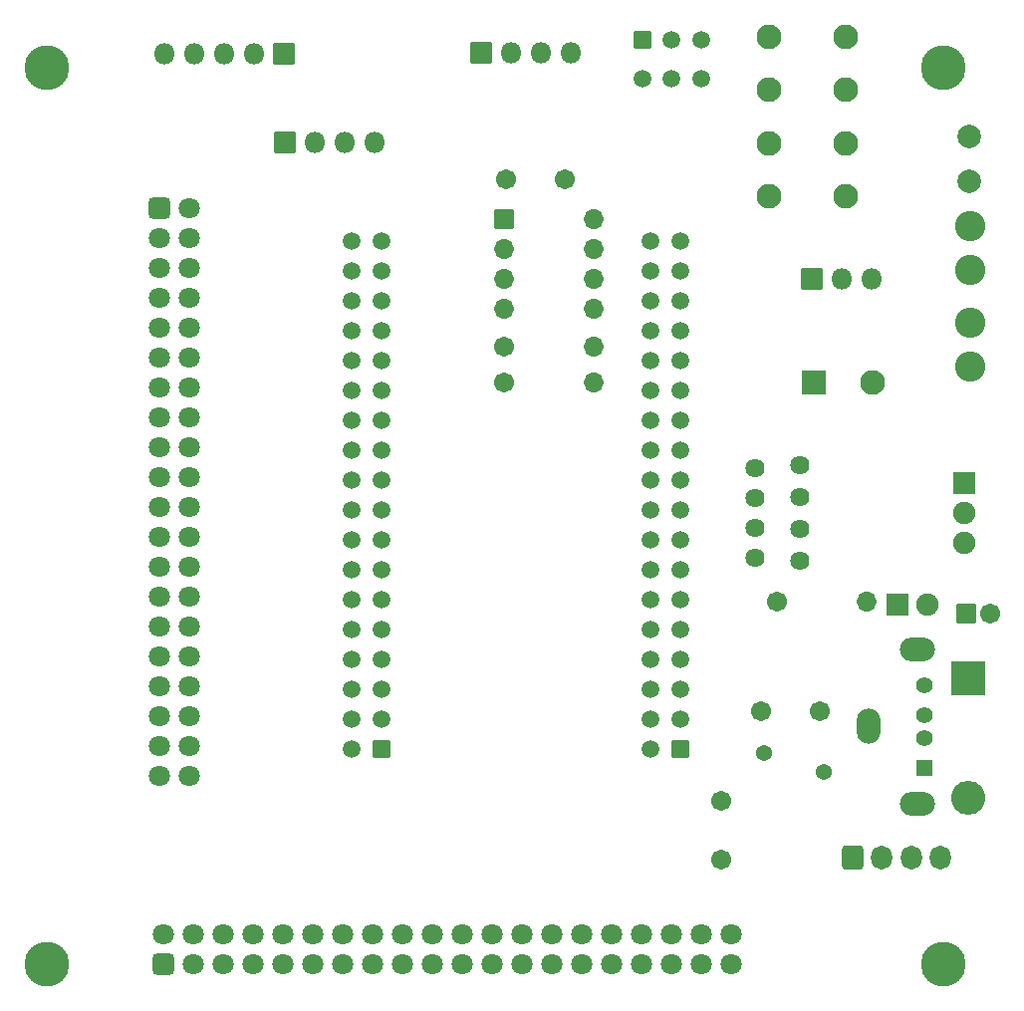
<source format=gbr>
%TF.GenerationSoftware,KiCad,Pcbnew,(6.0.7)*%
%TF.CreationDate,2022-08-24T09:31:38-04:00*%
%TF.ProjectId,PB_16,50425f31-362e-46b6-9963-61645f706362,v4*%
%TF.SameCoordinates,Original*%
%TF.FileFunction,Soldermask,Top*%
%TF.FilePolarity,Negative*%
%FSLAX46Y46*%
G04 Gerber Fmt 4.6, Leading zero omitted, Abs format (unit mm)*
G04 Created by KiCad (PCBNEW (6.0.7)) date 2022-08-24 09:31:38*
%MOMM*%
%LPD*%
G01*
G04 APERTURE LIST*
G04 Aperture macros list*
%AMRoundRect*
0 Rectangle with rounded corners*
0 $1 Rounding radius*
0 $2 $3 $4 $5 $6 $7 $8 $9 X,Y pos of 4 corners*
0 Add a 4 corners polygon primitive as box body*
4,1,4,$2,$3,$4,$5,$6,$7,$8,$9,$2,$3,0*
0 Add four circle primitives for the rounded corners*
1,1,$1+$1,$2,$3*
1,1,$1+$1,$4,$5*
1,1,$1+$1,$6,$7*
1,1,$1+$1,$8,$9*
0 Add four rect primitives between the rounded corners*
20,1,$1+$1,$2,$3,$4,$5,0*
20,1,$1+$1,$4,$5,$6,$7,0*
20,1,$1+$1,$6,$7,$8,$9,0*
20,1,$1+$1,$8,$9,$2,$3,0*%
G04 Aperture macros list end*
%ADD10RoundRect,0.051000X-1.000000X-1.000000X1.000000X-1.000000X1.000000X1.000000X-1.000000X1.000000X0*%
%ADD11C,2.102000*%
%ADD12RoundRect,0.051000X-0.800000X-0.800000X0.800000X-0.800000X0.800000X0.800000X-0.800000X0.800000X0*%
%ADD13C,1.702000*%
%ADD14RoundRect,0.051000X-1.400000X1.400000X-1.400000X-1.400000X1.400000X-1.400000X1.400000X1.400000X0*%
%ADD15O,2.902000X2.902000*%
%ADD16RoundRect,0.051000X-0.900000X-0.900000X0.900000X-0.900000X0.900000X0.900000X-0.900000X0.900000X0*%
%ADD17C,1.902000*%
%ADD18RoundRect,0.051000X0.850000X-0.850000X0.850000X0.850000X-0.850000X0.850000X-0.850000X-0.850000X0*%
%ADD19O,1.802000X1.802000*%
%ADD20RoundRect,0.301000X-0.600000X-0.725000X0.600000X-0.725000X0.600000X0.725000X-0.600000X0.725000X0*%
%ADD21O,1.802000X2.052000*%
%ADD22RoundRect,0.051000X-0.850000X0.850000X-0.850000X-0.850000X0.850000X-0.850000X0.850000X0.850000X0*%
%ADD23RoundRect,0.301000X0.600000X-0.600000X0.600000X0.600000X-0.600000X0.600000X-0.600000X-0.600000X0*%
%ADD24C,1.802000*%
%ADD25RoundRect,0.051000X-0.700000X-0.700000X0.700000X-0.700000X0.700000X0.700000X-0.700000X0.700000X0*%
%ADD26C,1.502000*%
%ADD27RoundRect,0.051000X0.704000X0.704000X-0.704000X0.704000X-0.704000X-0.704000X0.704000X-0.704000X0*%
%ADD28C,1.510000*%
%ADD29C,1.372000*%
%ADD30C,3.802000*%
%ADD31RoundRect,0.051000X0.650000X-0.650000X0.650000X0.650000X-0.650000X0.650000X-0.650000X-0.650000X0*%
%ADD32C,1.402000*%
%ADD33O,3.002000X2.002000*%
%ADD34O,2.002000X3.002000*%
%ADD35O,1.702000X1.702000*%
%ADD36C,2.006000*%
%ADD37C,2.577000*%
%ADD38RoundRect,0.301000X-0.600000X-0.600000X0.600000X-0.600000X0.600000X0.600000X-0.600000X0.600000X0*%
%ADD39RoundRect,0.051000X0.900000X-0.900000X0.900000X0.900000X-0.900000X0.900000X-0.900000X-0.900000X0*%
%ADD40C,1.626000*%
G04 APERTURE END LIST*
D10*
%TO.C,C2*%
X232875000Y-67350000D03*
D11*
X237875000Y-67350000D03*
%TD*%
D12*
%TO.C,C3*%
X245819888Y-87000000D03*
D13*
X247819888Y-87000000D03*
%TD*%
D14*
%TO.C,D1*%
X246000000Y-92520000D03*
D15*
X246000000Y-102680000D03*
%TD*%
D16*
%TO.C,D2*%
X239925000Y-86250000D03*
D17*
X242465000Y-86250000D03*
%TD*%
D18*
%TO.C,J2*%
X204574956Y-39307550D03*
D19*
X207114956Y-39307550D03*
X209654956Y-39307550D03*
X212194956Y-39307550D03*
%TD*%
D20*
%TO.C,J3*%
X236100000Y-107775000D03*
D21*
X238600000Y-107775000D03*
X241100000Y-107775000D03*
X243600000Y-107775000D03*
%TD*%
D22*
%TO.C,J4*%
X187774956Y-39407550D03*
D19*
X185234956Y-39407550D03*
X182694956Y-39407550D03*
X180154956Y-39407550D03*
X177614956Y-39407550D03*
%TD*%
D18*
%TO.C,J6*%
X232675000Y-58525000D03*
D19*
X235215000Y-58525000D03*
X237755000Y-58525000D03*
%TD*%
D23*
%TO.C,J7*%
X177559556Y-116839650D03*
D24*
X177559556Y-114299650D03*
X180099556Y-116839650D03*
X180099556Y-114299650D03*
X182639556Y-116839650D03*
X182639556Y-114299650D03*
X185179556Y-116839650D03*
X185179556Y-114299650D03*
X187719556Y-116839650D03*
X187719556Y-114299650D03*
X190259556Y-116839650D03*
X190259556Y-114299650D03*
X192799556Y-116839650D03*
X192799556Y-114299650D03*
X195339556Y-116839650D03*
X195339556Y-114299650D03*
X197879556Y-116839650D03*
X197879556Y-114299650D03*
X200419556Y-116839650D03*
X200419556Y-114299650D03*
X202959556Y-116839650D03*
X202959556Y-114299650D03*
X205499556Y-116839650D03*
X205499556Y-114299650D03*
X208039556Y-116839650D03*
X208039556Y-114299650D03*
X210579556Y-116839650D03*
X210579556Y-114299650D03*
X213119556Y-116839650D03*
X213119556Y-114299650D03*
X215659556Y-116839650D03*
X215659556Y-114299650D03*
X218199556Y-116839650D03*
X218199556Y-114299650D03*
X220739556Y-116839650D03*
X220739556Y-114299650D03*
X223279556Y-116839650D03*
X223279556Y-114299650D03*
X225819556Y-116839650D03*
X225819556Y-114299650D03*
%TD*%
D25*
%TO.C,SW1*%
X218234956Y-38207550D03*
D26*
X220734956Y-38207550D03*
X223234956Y-38207550D03*
X218234956Y-41507550D03*
X220734956Y-41507550D03*
X223234956Y-41507550D03*
%TD*%
D27*
%TO.C,U2*%
X221459656Y-98510250D03*
D28*
X218919656Y-98510250D03*
X221459656Y-95970250D03*
X218919656Y-95970250D03*
X221459656Y-93430250D03*
X218919656Y-93430250D03*
X221459656Y-90890250D03*
X218919656Y-90890250D03*
X221459656Y-88350250D03*
X218919656Y-88350250D03*
X221459656Y-85810250D03*
X218919656Y-85810250D03*
X221459656Y-83270250D03*
X218919656Y-83270250D03*
X221459656Y-80730250D03*
X218919656Y-80730250D03*
X221459656Y-78190250D03*
X218919656Y-78190250D03*
X221459656Y-75650250D03*
X218919656Y-75650250D03*
X221459656Y-73110250D03*
X218919656Y-73110250D03*
X221459656Y-70570250D03*
X218919656Y-70570250D03*
X221459656Y-68030250D03*
X218919656Y-68030250D03*
X221459656Y-65490250D03*
X218919656Y-65490250D03*
X221459656Y-62950250D03*
X218919656Y-62950250D03*
X221459656Y-60410250D03*
X218919656Y-60410250D03*
X221459656Y-57870250D03*
X218919656Y-57870250D03*
X221459656Y-55330250D03*
X218919656Y-55330250D03*
D27*
X196059656Y-98510250D03*
D28*
X193519656Y-98510250D03*
X196059656Y-95970250D03*
X193519656Y-95970250D03*
X196059656Y-93430250D03*
X193519656Y-93430250D03*
X196059656Y-90890250D03*
X193519656Y-90890250D03*
X196059656Y-88350250D03*
X193519656Y-88350250D03*
X196059656Y-85810250D03*
X193519656Y-85810250D03*
X196059656Y-83270250D03*
X193519656Y-83270250D03*
X196059656Y-80730250D03*
X193519656Y-80730250D03*
X196059656Y-78190250D03*
X193519656Y-78190250D03*
X196059656Y-75650250D03*
X193519656Y-75650250D03*
X196059656Y-73110250D03*
X193519656Y-73110250D03*
X196059656Y-70570250D03*
X193519656Y-70570250D03*
X196059656Y-68030250D03*
X193519656Y-68030250D03*
X196059656Y-65490250D03*
X193519656Y-65490250D03*
X196059656Y-62950250D03*
X193519656Y-62950250D03*
X196059656Y-60410250D03*
X193519656Y-60410250D03*
X196059656Y-57870250D03*
X193519656Y-57870250D03*
X196059656Y-55330250D03*
X193519656Y-55330250D03*
%TD*%
D29*
%TO.C,F1*%
X233674956Y-100457550D03*
X228574956Y-98857550D03*
%TD*%
D13*
%TO.C,C1*%
X233374956Y-95307550D03*
X228374956Y-95307550D03*
%TD*%
%TO.C,C4*%
X224924956Y-102957550D03*
X224924956Y-107957550D03*
%TD*%
D30*
%TO.C,REF\u002A\u002A*%
X167640000Y-116840000D03*
%TD*%
D31*
%TO.C,J1*%
X242260000Y-100100000D03*
D32*
X242260000Y-97600000D03*
X242260000Y-95600000D03*
X242260000Y-93100000D03*
D33*
X241660000Y-103170000D03*
X241660000Y-90030000D03*
D34*
X237480000Y-96600000D03*
%TD*%
D30*
%TO.C,REF\u002A\u002A*%
X243840000Y-116840000D03*
%TD*%
%TO.C,REF\u002A\u002A*%
X167640000Y-40640000D03*
%TD*%
%TO.C,REF\u002A\u002A*%
X243840000Y-40640000D03*
%TD*%
D13*
%TO.C,R4*%
X206474956Y-64307550D03*
D35*
X214094956Y-64307550D03*
%TD*%
D13*
%TO.C,R5*%
X206474956Y-67357550D03*
D35*
X214094956Y-67357550D03*
%TD*%
D13*
%TO.C,C6*%
X206675556Y-50126550D03*
X211675556Y-50126550D03*
%TD*%
D12*
%TO.C,U4*%
X206474956Y-53507550D03*
D35*
X206474956Y-56047550D03*
X206474956Y-58587550D03*
X206474956Y-61127550D03*
X214094956Y-61127550D03*
X214094956Y-58587550D03*
X214094956Y-56047550D03*
X214094956Y-53507550D03*
%TD*%
D11*
%TO.C,SW5*%
X229025000Y-47057550D03*
X235525000Y-47057550D03*
X229025000Y-51557550D03*
X235525000Y-51557550D03*
%TD*%
D36*
%TO.C,J5*%
X246025459Y-50280560D03*
X246025459Y-46470560D03*
%TD*%
D37*
%TO.C,F2*%
X246150000Y-54107550D03*
X246150000Y-57807550D03*
X246150000Y-62307550D03*
X246150000Y-66007550D03*
%TD*%
D13*
%TO.C,R1*%
X229690000Y-85950000D03*
D35*
X237310000Y-85950000D03*
%TD*%
D11*
%TO.C,SW4*%
X235525000Y-37950000D03*
X229025000Y-37950000D03*
X229025000Y-42450000D03*
X235525000Y-42450000D03*
%TD*%
D38*
%TO.C,J8*%
X177174956Y-52582550D03*
D24*
X179714956Y-52582550D03*
X177174956Y-55122550D03*
X179714956Y-55122550D03*
X177174956Y-57662550D03*
X179714956Y-57662550D03*
X177174956Y-60202550D03*
X179714956Y-60202550D03*
X177174956Y-62742550D03*
X179714956Y-62742550D03*
X177174956Y-65282550D03*
X179714956Y-65282550D03*
X177174956Y-67822550D03*
X179714956Y-67822550D03*
X177174956Y-70362550D03*
X179714956Y-70362550D03*
X177174956Y-72902550D03*
X179714956Y-72902550D03*
X177174956Y-75442550D03*
X179714956Y-75442550D03*
X177174956Y-77982550D03*
X179714956Y-77982550D03*
X177174956Y-80522550D03*
X179714956Y-80522550D03*
X177174956Y-83062550D03*
X179714956Y-83062550D03*
X177174956Y-85602550D03*
X179714956Y-85602550D03*
X177174956Y-88142550D03*
X179714956Y-88142550D03*
X177174956Y-90682550D03*
X179714956Y-90682550D03*
X177174956Y-93222550D03*
X179714956Y-93222550D03*
X177174956Y-95762550D03*
X179714956Y-95762550D03*
X177174956Y-98302550D03*
X179714956Y-98302550D03*
X177174956Y-100842550D03*
X179714956Y-100842550D03*
%TD*%
D18*
%TO.C,J9*%
X187904956Y-46951550D03*
D19*
X190444956Y-46951550D03*
X192984956Y-46951550D03*
X195524956Y-46951550D03*
%TD*%
D39*
%TO.C,U1*%
X245650000Y-75925000D03*
D17*
X245650000Y-78465000D03*
X245650000Y-81005000D03*
D40*
X227870000Y-82275000D03*
X227870000Y-79735000D03*
X227870000Y-77195000D03*
X227870000Y-74655000D03*
X231680000Y-82506940D03*
X231680000Y-79812000D03*
X231680000Y-77118000D03*
X231680000Y-74423060D03*
%TD*%
M02*

</source>
